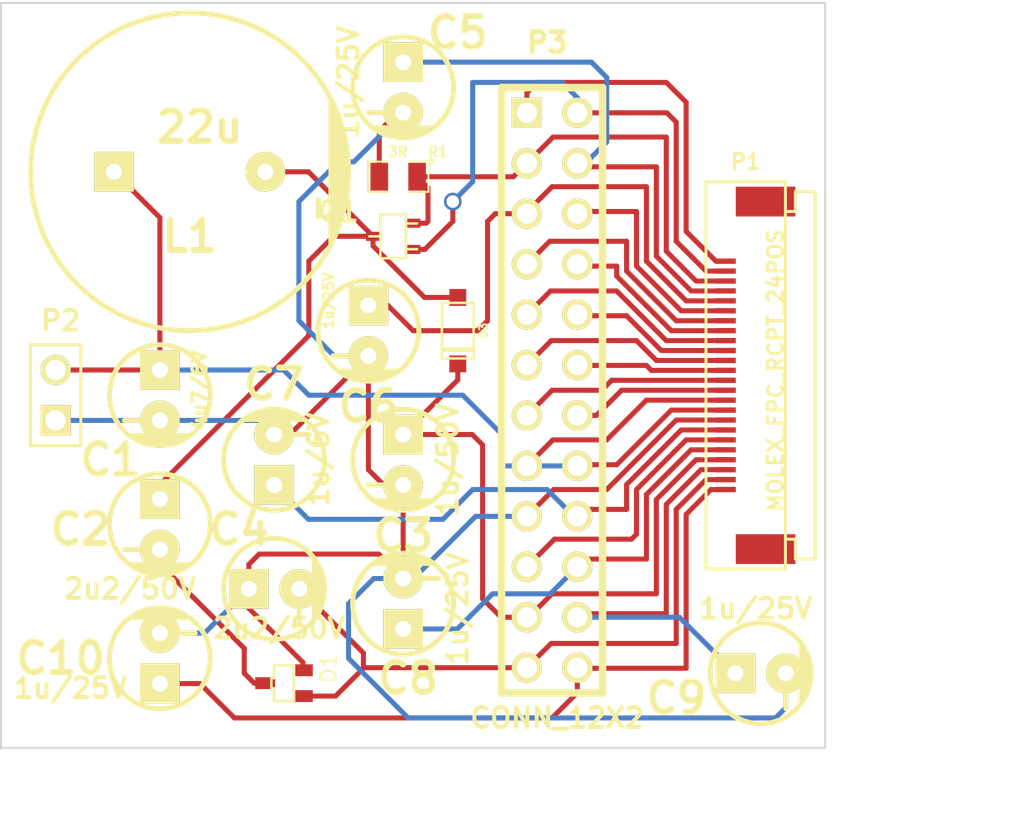
<source format=kicad_pcb>
(kicad_pcb (version 3) (host pcbnew "(2014-jan-25)-product")

  (general
    (links 57)
    (no_connects 0)
    (area 68.938229 38.722 125.999999 82.7)
    (thickness 1.6)
    (drawings 7)
    (tracks 248)
    (zones 0)
    (modules 18)
    (nets 26)
  )

  (page A4)
  (title_block
    (title "EPD Driver")
    (rev 002.002)
  )

  (layers
    (15 F.Cu signal)
    (0 B.Cu signal)
    (16 B.Adhes user)
    (17 F.Adhes user)
    (18 B.Paste user)
    (19 F.Paste user)
    (20 B.SilkS user)
    (21 F.SilkS user)
    (22 B.Mask user)
    (23 F.Mask user)
    (24 Dwgs.User user hide)
    (25 Cmts.User user)
    (26 Eco1.User user)
    (27 Eco2.User user)
    (28 Edge.Cuts user)
  )

  (setup
    (last_trace_width 0.254)
    (trace_clearance 0.254)
    (zone_clearance 0.508)
    (zone_45_only no)
    (trace_min 0.254)
    (segment_width 0.2)
    (edge_width 0.1)
    (via_size 0.889)
    (via_drill 0.635)
    (via_min_size 0.889)
    (via_min_drill 0.508)
    (uvia_size 0.508)
    (uvia_drill 0.127)
    (uvias_allowed no)
    (uvia_min_size 0.508)
    (uvia_min_drill 0.127)
    (pcb_text_width 0.3)
    (pcb_text_size 1.5 1.5)
    (mod_edge_width 0.15)
    (mod_text_size 1 1)
    (mod_text_width 0.15)
    (pad_size 1.5 1.5)
    (pad_drill 0.6)
    (pad_to_mask_clearance 0)
    (aux_axis_origin 70.5 76.5)
    (visible_elements 7FFFFFFF)
    (pcbplotparams
      (layerselection 283148289)
      (usegerberextensions false)
      (excludeedgelayer true)
      (linewidth 0.150000)
      (plotframeref false)
      (viasonmask false)
      (mode 1)
      (useauxorigin false)
      (hpglpennumber 1)
      (hpglpenspeed 20)
      (hpglpendiameter 15)
      (hpglpenoverlay 2)
      (psnegative false)
      (psa4output false)
      (plotreference true)
      (plotvalue true)
      (plotothertext true)
      (plotinvisibletext false)
      (padsonsilk false)
      (subtractmaskfromsilk false)
      (outputformat 4)
      (mirror false)
      (drillshape 0)
      (scaleselection 1)
      (outputdirectory OSHPark_EPD002_002/))
  )

  (net 0 "")
  (net 1 /BS1)
  (net 2 /BUSY)
  (net 3 /GDR)
  (net 4 /NC1)
  (net 5 /PREVGH)
  (net 6 /PREVGL)
  (net 7 /RESE)
  (net 8 /SCLK)
  (net 9 /SDA)
  (net 10 /SW)
  (net 11 /TSCL)
  (net 12 /TSDA)
  (net 13 /VCCEPD)
  (net 14 /VCOM)
  (net 15 /VDD)
  (net 16 /VGH)
  (net 17 /VGL)
  (net 18 /VPP)
  (net 19 /VSH)
  (net 20 /VSL)
  (net 21 /nCS)
  (net 22 /nDC)
  (net 23 /nRES)
  (net 24 GND)
  (net 25 N-0000013)

  (net_class Default "Toto je výchozí třída sítě."
    (clearance 0.254)
    (trace_width 0.254)
    (via_dia 0.889)
    (via_drill 0.635)
    (uvia_dia 0.508)
    (uvia_drill 0.127)
    (add_net /BS1)
    (add_net /BUSY)
    (add_net /GDR)
    (add_net /NC1)
    (add_net /PREVGH)
    (add_net /PREVGL)
    (add_net /RESE)
    (add_net /SCLK)
    (add_net /SDA)
    (add_net /SW)
    (add_net /TSCL)
    (add_net /TSDA)
    (add_net /VCCEPD)
    (add_net /VCOM)
    (add_net /VDD)
    (add_net /VGH)
    (add_net /VGL)
    (add_net /VPP)
    (add_net /VSH)
    (add_net /VSL)
    (add_net /nCS)
    (add_net /nDC)
    (add_net /nRES)
    (add_net GND)
    (add_net N-0000013)
  )

  (module SOT323 (layer F.Cu) (tedit 53760050) (tstamp 537502FE)
    (at 84.75 73.25 270)
    (tags "SMD SOT")
    (path /537503E8)
    (attr smd)
    (fp_text reference D1 (at -0.75 -2.25 270) (layer F.SilkS)
      (effects (font (size 0.762 0.762) (thickness 0.09906)))
    )
    (fp_text value BAT30SWFILM (at 1.75 -0.75 360) (layer F.SilkS) hide
      (effects (font (size 0.70104 0.70104) (thickness 0.09906)))
    )
    (fp_line (start 0.254 0.508) (end 0.889 0.508) (layer F.SilkS) (width 0.127))
    (fp_line (start 0.889 0.508) (end 0.889 -0.508) (layer F.SilkS) (width 0.127))
    (fp_line (start -0.889 -0.508) (end -0.889 0.508) (layer F.SilkS) (width 0.127))
    (fp_line (start -0.889 0.508) (end -0.254 0.508) (layer F.SilkS) (width 0.127))
    (fp_line (start 0.254 0.635) (end 0.254 0.508) (layer F.SilkS) (width 0.127))
    (fp_line (start -0.254 0.508) (end -0.254 0.635) (layer F.SilkS) (width 0.127))
    (fp_line (start 0.889 -0.508) (end -0.889 -0.508) (layer F.SilkS) (width 0.127))
    (fp_line (start -0.254 0.635) (end 0.254 0.635) (layer F.SilkS) (width 0.127))
    (pad 2 smd rect (at -0.65024 -0.94996 270) (size 0.59944 1.00076) (layers F.Cu F.Paste F.Mask)
      (net 24 GND))
    (pad 1 smd rect (at 0.65024 -0.94996 270) (size 0.59944 1.00076) (layers F.Cu F.Paste F.Mask)
      (net 6 /PREVGL))
    (pad 3 smd rect (at 0 0.94996 270) (size 0.59944 1.00076) (layers F.Cu F.Paste F.Mask)
      (net 25 N-0000013))
    (model smd/SOT323.wrl
      (at (xyz 0 0 0.001))
      (scale (xyz 0.3937 0.3937 0.3937))
      (rotate (xyz 0 0 0))
    )
  )

  (module sc70 (layer F.Cu) (tedit 53760119) (tstamp 5375030C)
    (at 90.25 50.75 90)
    (descr SC70)
    (path /53750A17)
    (attr smd)
    (fp_text reference Q1 (at 1.25 -2.75 180) (layer F.SilkS)
      (effects (font (size 1 1) (thickness 0.2)))
    )
    (fp_text value Si1304BDL (at 0 0.3302 90) (layer F.SilkS) hide
      (effects (font (size 0.29972 0.29972) (thickness 0.06096)))
    )
    (fp_line (start 0 -0.6477) (end 0 -1.2065) (layer F.SilkS) (width 0.127))
    (fp_line (start 0.6477 0.6477) (end 0.6477 1.2065) (layer F.SilkS) (width 0.127))
    (fp_line (start -0.6477 0.6477) (end -0.6477 1.2065) (layer F.SilkS) (width 0.127))
    (fp_line (start -1.1049 -0.6477) (end 1.1049 -0.6477) (layer F.SilkS) (width 0.127))
    (fp_line (start 1.1049 -0.6477) (end 1.1049 0.6477) (layer F.SilkS) (width 0.127))
    (fp_line (start 1.1049 0.6477) (end -1.1049 0.6477) (layer F.SilkS) (width 0.127))
    (fp_line (start -1.1049 0.6477) (end -1.1049 -0.6477) (layer F.SilkS) (width 0.127))
    (pad 1 smd rect (at -0.6604 1.016 90) (size 0.4572 0.7112) (layers F.Cu F.Paste F.Mask)
      (net 3 /GDR))
    (pad 3 smd rect (at 0.6604 1.016 90) (size 0.4572 0.7112) (layers F.Cu F.Paste F.Mask)
      (net 7 /RESE))
    (pad 2 smd rect (at 0 -1.016 90) (size 0.4572 0.7112) (layers F.Cu F.Paste F.Mask)
      (net 10 /SW))
    (model smd/smd_transistors/sc70.wrl
      (at (xyz 0 0 0))
      (scale (xyz 1 1 1))
      (rotate (xyz 0 0 0))
    )
  )

  (module PIN_ARRAY_2X1 (layer F.Cu) (tedit 537600FE) (tstamp 53750316)
    (at 73.25 58.75 90)
    (descr "Connecteurs 2 pins")
    (tags "CONN DEV")
    (path /535EA611)
    (fp_text reference P2 (at 3.75 0.25 180) (layer F.SilkS)
      (effects (font (size 1 1) (thickness 0.2)))
    )
    (fp_text value CONN_2 (at -0.25 -1.75 90) (layer F.SilkS) hide
      (effects (font (size 0.762 0.762) (thickness 0.1524)))
    )
    (fp_line (start -2.54 1.27) (end -2.54 -1.27) (layer F.SilkS) (width 0.1524))
    (fp_line (start -2.54 -1.27) (end 2.54 -1.27) (layer F.SilkS) (width 0.1524))
    (fp_line (start 2.54 -1.27) (end 2.54 1.27) (layer F.SilkS) (width 0.1524))
    (fp_line (start 2.54 1.27) (end -2.54 1.27) (layer F.SilkS) (width 0.1524))
    (pad 1 thru_hole rect (at -1.27 0 90) (size 1.524 1.524) (drill 1.016) (layers *.Cu *.Mask F.SilkS)
      (net 24 GND))
    (pad 2 thru_hole circle (at 1.27 0 90) (size 1.524 1.524) (drill 1.016) (layers *.Cu *.Mask F.SilkS)
      (net 13 /VCCEPD))
    (model pin_array/pins_array_2x1.wrl
      (at (xyz 0 0 0))
      (scale (xyz 1 1 1))
      (rotate (xyz 0 0 0))
    )
  )

  (module pin_array_12x2 (layer F.Cu) (tedit 53760081) (tstamp 53750336)
    (at 98.25 58.5 270)
    (descr "Double rangee de contacts 2 x 12 pins")
    (tags CONN)
    (path /53750646)
    (fp_text reference P3 (at -17.5 0.25 360) (layer F.SilkS)
      (effects (font (size 1.016 1.016) (thickness 0.27432)))
    )
    (fp_text value CONN_12X2 (at 16.5 -0.25 360) (layer F.SilkS)
      (effects (font (size 1 1) (thickness 0.2)))
    )
    (fp_line (start -15.24 -2.54) (end -15.24 2.54) (layer F.SilkS) (width 0.381))
    (fp_line (start -15.24 2.54) (end 15.24 2.54) (layer F.SilkS) (width 0.381))
    (fp_line (start 15.24 2.54) (end 15.24 -2.54) (layer F.SilkS) (width 0.381))
    (fp_line (start 15.24 -2.54) (end -15.24 -2.54) (layer F.SilkS) (width 0.381))
    (pad 1 thru_hole rect (at -13.97 1.27 270) (size 1.524 1.524) (drill 1.016) (layers *.Cu *.Mask F.SilkS)
      (net 4 /NC1))
    (pad 2 thru_hole circle (at -13.97 -1.27 270) (size 1.524 1.524) (drill 1.016) (layers *.Cu *.Mask F.SilkS)
      (net 3 /GDR))
    (pad 3 thru_hole circle (at -11.43 1.27 270) (size 1.524 1.524) (drill 1.016) (layers *.Cu *.Mask F.SilkS)
      (net 7 /RESE))
    (pad 4 thru_hole circle (at -11.43 -1.27 270) (size 1.524 1.524) (drill 1.016) (layers *.Cu *.Mask F.SilkS)
      (net 17 /VGL))
    (pad 5 thru_hole circle (at -8.89 1.27 270) (size 1.524 1.524) (drill 1.016) (layers *.Cu *.Mask F.SilkS)
      (net 16 /VGH))
    (pad 6 thru_hole circle (at -8.89 -1.27 270) (size 1.524 1.524) (drill 1.016) (layers *.Cu *.Mask F.SilkS)
      (net 11 /TSCL))
    (pad 7 thru_hole circle (at -6.35 1.27 270) (size 1.524 1.524) (drill 1.016) (layers *.Cu *.Mask F.SilkS)
      (net 12 /TSDA))
    (pad 8 thru_hole circle (at -6.35 -1.27 270) (size 1.524 1.524) (drill 1.016) (layers *.Cu *.Mask F.SilkS)
      (net 1 /BS1))
    (pad 9 thru_hole circle (at -3.81 1.27 270) (size 1.524 1.524) (drill 1.016) (layers *.Cu *.Mask F.SilkS)
      (net 2 /BUSY))
    (pad 10 thru_hole circle (at -3.81 -1.27 270) (size 1.524 1.524) (drill 1.016) (layers *.Cu *.Mask F.SilkS)
      (net 23 /nRES))
    (pad 11 thru_hole circle (at -1.27 1.27 270) (size 1.524 1.524) (drill 1.016) (layers *.Cu *.Mask F.SilkS)
      (net 22 /nDC))
    (pad 12 thru_hole circle (at -1.27 -1.27 270) (size 1.524 1.524) (drill 1.016) (layers *.Cu *.Mask F.SilkS)
      (net 21 /nCS))
    (pad 13 thru_hole circle (at 1.27 1.27 270) (size 1.524 1.524) (drill 1.016) (layers *.Cu *.Mask F.SilkS)
      (net 8 /SCLK))
    (pad 14 thru_hole circle (at 1.27 -1.27 270) (size 1.524 1.524) (drill 1.016) (layers *.Cu *.Mask F.SilkS)
      (net 9 /SDA))
    (pad 15 thru_hole circle (at 3.81 1.27 270) (size 1.524 1.524) (drill 1.016) (layers *.Cu *.Mask F.SilkS)
      (net 13 /VCCEPD))
    (pad 16 thru_hole circle (at 3.81 -1.27 270) (size 1.524 1.524) (drill 1.016) (layers *.Cu *.Mask F.SilkS)
      (net 13 /VCCEPD))
    (pad 17 thru_hole circle (at 6.35 1.27 270) (size 1.524 1.524) (drill 1.016) (layers *.Cu *.Mask F.SilkS)
      (net 24 GND))
    (pad 18 thru_hole circle (at 6.35 -1.27 270) (size 1.524 1.524) (drill 1.016) (layers *.Cu *.Mask F.SilkS)
      (net 15 /VDD))
    (pad 19 thru_hole circle (at 8.89 1.27 270) (size 1.524 1.524) (drill 1.016) (layers *.Cu *.Mask F.SilkS)
      (net 18 /VPP))
    (pad 20 thru_hole circle (at 8.89 -1.27 270) (size 1.524 1.524) (drill 1.016) (layers *.Cu *.Mask F.SilkS)
      (net 19 /VSH))
    (pad 21 thru_hole circle (at 11.43 1.27 270) (size 1.524 1.524) (drill 1.016) (layers *.Cu *.Mask F.SilkS)
      (net 5 /PREVGH))
    (pad 22 thru_hole circle (at 11.43 -1.27 270) (size 1.524 1.524) (drill 1.016) (layers *.Cu *.Mask F.SilkS)
      (net 20 /VSL))
    (pad 23 thru_hole circle (at 13.97 1.27 270) (size 1.524 1.524) (drill 1.016) (layers *.Cu *.Mask F.SilkS)
      (net 6 /PREVGL))
    (pad 24 thru_hole circle (at 13.97 -1.27 270) (size 1.524 1.524) (drill 1.016) (layers *.Cu *.Mask F.SilkS)
      (net 14 /VCOM))
    (model pin_array/pins_array_12x2.wrl
      (at (xyz 0 0 0))
      (scale (xyz 1 1 1))
      (rotate (xyz 0 0 0))
    )
  )

  (module MOLEX_FPC_RCPT_24POS_0_5MM (layer F.Cu) (tedit 53760072) (tstamp 537511C4)
    (at 103 62 90)
    (descr "MSOP10 10pins pitch 0.5mm")
    (path /537517AD)
    (attr smd)
    (fp_text reference P1 (at 15 5 180) (layer F.SilkS)
      (effects (font (size 0.762 0.762) (thickness 0.1524)))
    )
    (fp_text value MOLEX_FPC_RCPT_24POS (at 4.5 6.5 90) (layer F.SilkS)
      (effects (font (size 0.762 0.762) (thickness 0.1524)))
    )
    (fp_line (start -4 7) (end -4 7.5) (layer F.SilkS) (width 0.15))
    (fp_line (start -4 7.5) (end -5 7.5) (layer F.SilkS) (width 0.15))
    (fp_line (start -5 7.5) (end -5 8.5) (layer F.SilkS) (width 0.15))
    (fp_line (start -5 8.5) (end 13.5 8.5) (layer F.SilkS) (width 0.15))
    (fp_line (start 13.5 8.5) (end 13.5 8) (layer F.SilkS) (width 0.15))
    (fp_line (start 13.5 8) (end 13.5 7.5) (layer F.SilkS) (width 0.15))
    (fp_line (start 13.5 7.5) (end 12.5 7.5) (layer F.SilkS) (width 0.15))
    (fp_line (start 12.5 7.5) (end 12.5 7) (layer F.SilkS) (width 0.15))
    (fp_line (start -1.5 3) (end 14 3) (layer F.SilkS) (width 0.15))
    (fp_line (start -1.5 3) (end -5.5 3) (layer F.SilkS) (width 0.15))
    (fp_line (start 14 3) (end 14 7) (layer F.SilkS) (width 0.15))
    (fp_line (start 14 7) (end 10.5 7) (layer F.SilkS) (width 0.15))
    (fp_line (start -5.5 3) (end -5.5 7) (layer F.SilkS) (width 0.15))
    (fp_line (start -5.5 7) (end 10.5 7) (layer F.SilkS) (width 0.15))
    (pad 1 smd rect (at 10 4 270) (size 0.26924 1.00076) (layers F.Cu F.Paste F.Mask)
      (net 4 /NC1))
    (pad 2 smd rect (at 9.5 4 270) (size 0.26924 1.00076) (layers F.Cu F.Paste F.Mask)
      (net 3 /GDR))
    (pad 3 smd rect (at 9 4 270) (size 0.26924 1.00076) (layers F.Cu F.Paste F.Mask)
      (net 7 /RESE))
    (pad 4 smd rect (at 8.5 4 270) (size 0.26924 1.00076) (layers F.Cu F.Paste F.Mask)
      (net 17 /VGL))
    (pad 5 smd rect (at 8 4 270) (size 0.26924 1.00076) (layers F.Cu F.Paste F.Mask)
      (net 16 /VGH))
    (pad 6 smd rect (at 7.5 4 270) (size 0.26924 1.00076) (layers F.Cu F.Paste F.Mask)
      (net 11 /TSCL))
    (pad 7 smd rect (at 7 4 270) (size 0.26924 1.00076) (layers F.Cu F.Paste F.Mask)
      (net 12 /TSDA))
    (pad 8 smd rect (at 6.5 4 270) (size 0.26924 1.00076) (layers F.Cu F.Paste F.Mask)
      (net 1 /BS1))
    (pad 9 smd rect (at 6 4 270) (size 0.26924 1.00076) (layers F.Cu F.Paste F.Mask)
      (net 2 /BUSY))
    (pad 10 smd rect (at 5.5 4 270) (size 0.26924 1.00076) (layers F.Cu F.Paste F.Mask)
      (net 23 /nRES))
    (pad 11 smd rect (at 5 4 270) (size 0.26924 1.00076) (layers F.Cu F.Paste F.Mask)
      (net 22 /nDC))
    (pad 12 smd rect (at 4.5 4 270) (size 0.26924 1.00076) (layers F.Cu F.Paste F.Mask)
      (net 21 /nCS))
    (pad 13 smd rect (at 4 4 270) (size 0.26924 1.00076) (layers F.Cu F.Paste F.Mask)
      (net 8 /SCLK))
    (pad 14 smd rect (at 3.5 4 270) (size 0.26924 1.00076) (layers F.Cu F.Paste F.Mask)
      (net 9 /SDA))
    (pad 15 smd rect (at 3 4 270) (size 0.26924 1.00076) (layers F.Cu F.Paste F.Mask)
      (net 13 /VCCEPD))
    (pad 16 smd rect (at 2.5 4 270) (size 0.26924 1.00076) (layers F.Cu F.Paste F.Mask)
      (net 13 /VCCEPD))
    (pad 17 smd rect (at 2 4 270) (size 0.26924 1.00076) (layers F.Cu F.Paste F.Mask)
      (net 24 GND))
    (pad 18 smd rect (at 1.5 4 270) (size 0.26924 1.00076) (layers F.Cu F.Paste F.Mask)
      (net 15 /VDD))
    (pad 19 smd rect (at 1 4 270) (size 0.26924 1.00076) (layers F.Cu F.Paste F.Mask)
      (net 18 /VPP))
    (pad 20 smd rect (at 0.5 4 270) (size 0.26924 1.00076) (layers F.Cu F.Paste F.Mask)
      (net 19 /VSH))
    (pad 21 smd rect (at 0 4 270) (size 0.26924 1.00076) (layers F.Cu F.Paste F.Mask)
      (net 5 /PREVGH))
    (pad 22 smd rect (at -0.5 4 270) (size 0.26924 1.00076) (layers F.Cu F.Paste F.Mask)
      (net 20 /VSL))
    (pad 23 smd rect (at -1 4 270) (size 0.26924 1.00076) (layers F.Cu F.Paste F.Mask)
      (net 6 /PREVGL))
    (pad 24 smd rect (at -1.5 4 270) (size 0.26924 1.00076) (layers F.Cu F.Paste F.Mask)
      (net 14 /VCOM))
    (pad M1 smd rect (at -4.5 6 90) (size 1.5 3) (layers F.Cu F.Paste F.Mask))
    (pad M2 smd rect (at 13 6 90) (size 1.5 3) (layers F.Cu F.Paste F.Mask))
    (model smd\MSOP_10.wrl
      (at (xyz 0 0 0))
      (scale (xyz 0.3 0.35 0.3))
      (rotate (xyz 0 0 0))
    )
  )

  (module SM0805 (layer F.Cu) (tedit 5376011C) (tstamp 537509E2)
    (at 90.5 47.75 180)
    (path /535E9E82)
    (attr smd)
    (fp_text reference R1 (at -2 1.25 180) (layer F.SilkS)
      (effects (font (size 0.50038 0.50038) (thickness 0.10922)))
    )
    (fp_text value 3R (at 0 1.25 180) (layer F.SilkS)
      (effects (font (size 0.50038 0.50038) (thickness 0.10922)))
    )
    (fp_circle (center -1.651 0.762) (end -1.651 0.635) (layer F.SilkS) (width 0.09906))
    (fp_line (start -0.508 0.762) (end -1.524 0.762) (layer F.SilkS) (width 0.09906))
    (fp_line (start -1.524 0.762) (end -1.524 -0.762) (layer F.SilkS) (width 0.09906))
    (fp_line (start -1.524 -0.762) (end -0.508 -0.762) (layer F.SilkS) (width 0.09906))
    (fp_line (start 0.508 -0.762) (end 1.524 -0.762) (layer F.SilkS) (width 0.09906))
    (fp_line (start 1.524 -0.762) (end 1.524 0.762) (layer F.SilkS) (width 0.09906))
    (fp_line (start 1.524 0.762) (end 0.508 0.762) (layer F.SilkS) (width 0.09906))
    (pad 1 smd rect (at -0.9525 0 180) (size 0.889 1.397) (layers F.Cu F.Paste F.Mask)
      (net 7 /RESE))
    (pad 2 smd rect (at 0.9525 0 180) (size 0.889 1.397) (layers F.Cu F.Paste F.Mask)
      (net 24 GND))
    (model smd/chip_cms.wrl
      (at (xyz 0 0 0))
      (scale (xyz 0.1 0.1 0.1))
      (rotate (xyz 0 0 0))
    )
  )

  (module CP_5x11mm (layer F.Cu) (tedit 5376009A) (tstamp 53750D4A)
    (at 90.75 43.25 180)
    (descr "Capacitor, pol, cyl 5x11mm")
    (path /535E993F)
    (fp_text reference C5 (at -2.75 2.75 180) (layer F.SilkS)
      (effects (font (thickness 0.3048)))
    )
    (fp_text value 1u/25V (at 2.75 0.25 270) (layer F.SilkS)
      (effects (font (size 1 1) (thickness 0.2)))
    )
    (fp_line (start 0.889 -1.27) (end 1.778 -1.27) (layer F.SilkS) (width 0.254))
    (fp_line (start 1.016 -2.286) (end -1.016 -2.286) (layer F.SilkS) (width 0.254))
    (fp_line (start -1.016 -2.286) (end -1.016 -2.159) (layer F.SilkS) (width 0.254))
    (fp_line (start -1.016 -2.159) (end 1.016 -2.159) (layer F.SilkS) (width 0.254))
    (fp_line (start -1.524 -2.032) (end 1.524 -2.032) (layer F.SilkS) (width 0.254))
    (fp_circle (center 0 0) (end -2.54 0) (layer F.SilkS) (width 0.254))
    (pad 1 thru_hole rect (at 0 1.27 180) (size 1.99898 1.99898) (drill 0.8001) (layers *.Cu *.Mask F.SilkS)
      (net 17 /VGL))
    (pad 2 thru_hole circle (at 0 -1.27 180) (size 1.99898 1.99898) (drill 0.8001) (layers *.Cu *.Mask F.SilkS)
      (net 24 GND))
    (model discret/capacitor/cp_5x11mm.wrl
      (at (xyz 0 0 0))
      (scale (xyz 1 1 1))
      (rotate (xyz 0 0 0))
    )
  )

  (module CP_5x11mm (layer F.Cu) (tedit 5375FFEC) (tstamp 53750D56)
    (at 89 55.5 180)
    (descr "Capacitor, pol, cyl 5x11mm")
    (path /535E994E)
    (fp_text reference C6 (at 0 -3.81 180) (layer F.SilkS)
      (effects (font (thickness 0.3048)))
    )
    (fp_text value 1u/25V (at 2 1.5 270) (layer F.SilkS)
      (effects (font (size 0.5 0.5) (thickness 0.125)))
    )
    (fp_line (start 0.889 -1.27) (end 1.778 -1.27) (layer F.SilkS) (width 0.254))
    (fp_line (start 1.016 -2.286) (end -1.016 -2.286) (layer F.SilkS) (width 0.254))
    (fp_line (start -1.016 -2.286) (end -1.016 -2.159) (layer F.SilkS) (width 0.254))
    (fp_line (start -1.016 -2.159) (end 1.016 -2.159) (layer F.SilkS) (width 0.254))
    (fp_line (start -1.524 -2.032) (end 1.524 -2.032) (layer F.SilkS) (width 0.254))
    (fp_circle (center 0 0) (end -2.54 0) (layer F.SilkS) (width 0.254))
    (pad 1 thru_hole rect (at 0 1.27 180) (size 1.99898 1.99898) (drill 0.8001) (layers *.Cu *.Mask F.SilkS)
      (net 16 /VGH))
    (pad 2 thru_hole circle (at 0 -1.27 180) (size 1.99898 1.99898) (drill 0.8001) (layers *.Cu *.Mask F.SilkS)
      (net 24 GND))
    (model discret/capacitor/cp_5x11mm.wrl
      (at (xyz 0 0 0))
      (scale (xyz 1 1 1))
      (rotate (xyz 0 0 0))
    )
  )

  (module CP_5x11mm (layer F.Cu) (tedit 53760043) (tstamp 53750D62)
    (at 84.25 62)
    (descr "Capacitor, pol, cyl 5x11mm")
    (path /535E9B1C)
    (fp_text reference C7 (at 0 -3.81) (layer F.SilkS)
      (effects (font (thickness 0.3048)))
    )
    (fp_text value 1u/6V (at 2.25 0 90) (layer F.SilkS)
      (effects (font (size 1 1) (thickness 0.2)))
    )
    (fp_line (start 0.889 -1.27) (end 1.778 -1.27) (layer F.SilkS) (width 0.254))
    (fp_line (start 1.016 -2.286) (end -1.016 -2.286) (layer F.SilkS) (width 0.254))
    (fp_line (start -1.016 -2.286) (end -1.016 -2.159) (layer F.SilkS) (width 0.254))
    (fp_line (start -1.016 -2.159) (end 1.016 -2.159) (layer F.SilkS) (width 0.254))
    (fp_line (start -1.524 -2.032) (end 1.524 -2.032) (layer F.SilkS) (width 0.254))
    (fp_circle (center 0 0) (end -2.54 0) (layer F.SilkS) (width 0.254))
    (pad 1 thru_hole rect (at 0 1.27) (size 1.99898 1.99898) (drill 0.8001) (layers *.Cu *.Mask F.SilkS)
      (net 15 /VDD))
    (pad 2 thru_hole circle (at 0 -1.27) (size 1.99898 1.99898) (drill 0.8001) (layers *.Cu *.Mask F.SilkS)
      (net 24 GND))
    (model discret/capacitor/cp_5x11mm.wrl
      (at (xyz 0 0 0))
      (scale (xyz 1 1 1))
      (rotate (xyz 0 0 0))
    )
  )

  (module CP_5x11mm (layer F.Cu) (tedit 5376005D) (tstamp 53750D6E)
    (at 90.75 69.25)
    (descr "Capacitor, pol, cyl 5x11mm")
    (path /535E9C10)
    (fp_text reference C8 (at 0.25 3.75) (layer F.SilkS)
      (effects (font (thickness 0.3048)))
    )
    (fp_text value 1u/25V (at 2.75 0.25 90) (layer F.SilkS)
      (effects (font (size 1 1) (thickness 0.2)))
    )
    (fp_line (start 0.889 -1.27) (end 1.778 -1.27) (layer F.SilkS) (width 0.254))
    (fp_line (start 1.016 -2.286) (end -1.016 -2.286) (layer F.SilkS) (width 0.254))
    (fp_line (start -1.016 -2.286) (end -1.016 -2.159) (layer F.SilkS) (width 0.254))
    (fp_line (start -1.016 -2.159) (end 1.016 -2.159) (layer F.SilkS) (width 0.254))
    (fp_line (start -1.524 -2.032) (end 1.524 -2.032) (layer F.SilkS) (width 0.254))
    (fp_circle (center 0 0) (end -2.54 0) (layer F.SilkS) (width 0.254))
    (pad 1 thru_hole rect (at 0 1.27) (size 1.99898 1.99898) (drill 0.8001) (layers *.Cu *.Mask F.SilkS)
      (net 19 /VSH))
    (pad 2 thru_hole circle (at 0 -1.27) (size 1.99898 1.99898) (drill 0.8001) (layers *.Cu *.Mask F.SilkS)
      (net 24 GND))
    (model discret/capacitor/cp_5x11mm.wrl
      (at (xyz 0 0 0))
      (scale (xyz 1 1 1))
      (rotate (xyz 0 0 0))
    )
  )

  (module CP_5x11mm (layer F.Cu) (tedit 5376008E) (tstamp 53750D7A)
    (at 108.75 72.75 270)
    (descr "Capacitor, pol, cyl 5x11mm")
    (path /535E9C29)
    (fp_text reference C9 (at 1.25 4.25 360) (layer F.SilkS)
      (effects (font (thickness 0.3048)))
    )
    (fp_text value 1u/25V (at -3.25 0.25 360) (layer F.SilkS)
      (effects (font (size 1 1) (thickness 0.2)))
    )
    (fp_line (start 0.889 -1.27) (end 1.778 -1.27) (layer F.SilkS) (width 0.254))
    (fp_line (start 1.016 -2.286) (end -1.016 -2.286) (layer F.SilkS) (width 0.254))
    (fp_line (start -1.016 -2.286) (end -1.016 -2.159) (layer F.SilkS) (width 0.254))
    (fp_line (start -1.016 -2.159) (end 1.016 -2.159) (layer F.SilkS) (width 0.254))
    (fp_line (start -1.524 -2.032) (end 1.524 -2.032) (layer F.SilkS) (width 0.254))
    (fp_circle (center 0 0) (end -2.54 0) (layer F.SilkS) (width 0.254))
    (pad 1 thru_hole rect (at 0 1.27 270) (size 1.99898 1.99898) (drill 0.8001) (layers *.Cu *.Mask F.SilkS)
      (net 20 /VSL))
    (pad 2 thru_hole circle (at 0 -1.27 270) (size 1.99898 1.99898) (drill 0.8001) (layers *.Cu *.Mask F.SilkS)
      (net 24 GND))
    (model discret/capacitor/cp_5x11mm.wrl
      (at (xyz 0 0 0))
      (scale (xyz 1 1 1))
      (rotate (xyz 0 0 0))
    )
  )

  (module CP_5x11mm (layer F.Cu) (tedit 53760035) (tstamp 53750D86)
    (at 78.5 72)
    (descr "Capacitor, pol, cyl 5x11mm")
    (path /535E9C38)
    (fp_text reference C10 (at -5 0) (layer F.SilkS)
      (effects (font (thickness 0.3048)))
    )
    (fp_text value 1u/25V (at -4.5 1.5) (layer F.SilkS)
      (effects (font (size 1 1) (thickness 0.2)))
    )
    (fp_line (start 0.889 -1.27) (end 1.778 -1.27) (layer F.SilkS) (width 0.254))
    (fp_line (start 1.016 -2.286) (end -1.016 -2.286) (layer F.SilkS) (width 0.254))
    (fp_line (start -1.016 -2.286) (end -1.016 -2.159) (layer F.SilkS) (width 0.254))
    (fp_line (start -1.016 -2.159) (end 1.016 -2.159) (layer F.SilkS) (width 0.254))
    (fp_line (start -1.524 -2.032) (end 1.524 -2.032) (layer F.SilkS) (width 0.254))
    (fp_circle (center 0 0) (end -2.54 0) (layer F.SilkS) (width 0.254))
    (pad 1 thru_hole rect (at 0 1.27) (size 1.99898 1.99898) (drill 0.8001) (layers *.Cu *.Mask F.SilkS)
      (net 14 /VCOM))
    (pad 2 thru_hole circle (at 0 -1.27) (size 1.99898 1.99898) (drill 0.8001) (layers *.Cu *.Mask F.SilkS)
      (net 24 GND))
    (model discret/capacitor/cp_5x11mm.wrl
      (at (xyz 0 0 0))
      (scale (xyz 1 1 1))
      (rotate (xyz 0 0 0))
    )
  )

  (module CP_5x11mm (layer F.Cu) (tedit 53760003) (tstamp 53750D92)
    (at 78.5 58.75 180)
    (descr "Capacitor, pol, cyl 5x11mm")
    (path /53750BBA)
    (fp_text reference C1 (at 2.5 -3.25 180) (layer F.SilkS)
      (effects (font (thickness 0.3048)))
    )
    (fp_text value 4u7/6V (at -2 0.25 270) (layer F.SilkS)
      (effects (font (size 0.7 0.7) (thickness 0.175)))
    )
    (fp_line (start 0.889 -1.27) (end 1.778 -1.27) (layer F.SilkS) (width 0.254))
    (fp_line (start 1.016 -2.286) (end -1.016 -2.286) (layer F.SilkS) (width 0.254))
    (fp_line (start -1.016 -2.286) (end -1.016 -2.159) (layer F.SilkS) (width 0.254))
    (fp_line (start -1.016 -2.159) (end 1.016 -2.159) (layer F.SilkS) (width 0.254))
    (fp_line (start -1.524 -2.032) (end 1.524 -2.032) (layer F.SilkS) (width 0.254))
    (fp_circle (center 0 0) (end -2.54 0) (layer F.SilkS) (width 0.254))
    (pad 1 thru_hole rect (at 0 1.27 180) (size 1.99898 1.99898) (drill 0.8001) (layers *.Cu *.Mask F.SilkS)
      (net 13 /VCCEPD))
    (pad 2 thru_hole circle (at 0 -1.27 180) (size 1.99898 1.99898) (drill 0.8001) (layers *.Cu *.Mask F.SilkS)
      (net 24 GND))
    (model discret/capacitor/cp_5x11mm.wrl
      (at (xyz 0 0 0))
      (scale (xyz 1 1 1))
      (rotate (xyz 0 0 0))
    )
  )

  (module CP_5x11mm (layer F.Cu) (tedit 5376002B) (tstamp 53750D9E)
    (at 78.5 65.25 180)
    (descr "Capacitor, pol, cyl 5x11mm")
    (path /53750BEB)
    (fp_text reference C2 (at 4 -0.25 180) (layer F.SilkS)
      (effects (font (thickness 0.3048)))
    )
    (fp_text value 2u2/50V (at 1.5 -3.25 180) (layer F.SilkS)
      (effects (font (size 1 1) (thickness 0.2)))
    )
    (fp_line (start 0.889 -1.27) (end 1.778 -1.27) (layer F.SilkS) (width 0.254))
    (fp_line (start 1.016 -2.286) (end -1.016 -2.286) (layer F.SilkS) (width 0.254))
    (fp_line (start -1.016 -2.286) (end -1.016 -2.159) (layer F.SilkS) (width 0.254))
    (fp_line (start -1.016 -2.159) (end 1.016 -2.159) (layer F.SilkS) (width 0.254))
    (fp_line (start -1.524 -2.032) (end 1.524 -2.032) (layer F.SilkS) (width 0.254))
    (fp_circle (center 0 0) (end -2.54 0) (layer F.SilkS) (width 0.254))
    (pad 1 thru_hole rect (at 0 1.27 180) (size 1.99898 1.99898) (drill 0.8001) (layers *.Cu *.Mask F.SilkS)
      (net 10 /SW))
    (pad 2 thru_hole circle (at 0 -1.27 180) (size 1.99898 1.99898) (drill 0.8001) (layers *.Cu *.Mask F.SilkS)
      (net 25 N-0000013))
    (model discret/capacitor/cp_5x11mm.wrl
      (at (xyz 0 0 0))
      (scale (xyz 1 1 1))
      (rotate (xyz 0 0 0))
    )
  )

  (module CP_5x11mm (layer F.Cu) (tedit 5376001D) (tstamp 53750DAA)
    (at 84.25 68.5 270)
    (descr "Capacitor, pol, cyl 5x11mm")
    (path /53750C1C)
    (fp_text reference C4 (at -3 1.75 360) (layer F.SilkS)
      (effects (font (thickness 0.3048)))
    )
    (fp_text value 2u2/50V (at 2 -0.25 360) (layer F.SilkS)
      (effects (font (size 1 1) (thickness 0.2)))
    )
    (fp_line (start 0.889 -1.27) (end 1.778 -1.27) (layer F.SilkS) (width 0.254))
    (fp_line (start 1.016 -2.286) (end -1.016 -2.286) (layer F.SilkS) (width 0.254))
    (fp_line (start -1.016 -2.286) (end -1.016 -2.159) (layer F.SilkS) (width 0.254))
    (fp_line (start -1.016 -2.159) (end 1.016 -2.159) (layer F.SilkS) (width 0.254))
    (fp_line (start -1.524 -2.032) (end 1.524 -2.032) (layer F.SilkS) (width 0.254))
    (fp_circle (center 0 0) (end -2.54 0) (layer F.SilkS) (width 0.254))
    (pad 1 thru_hole rect (at 0 1.27 270) (size 1.99898 1.99898) (drill 0.8001) (layers *.Cu *.Mask F.SilkS)
      (net 24 GND))
    (pad 2 thru_hole circle (at 0 -1.27 270) (size 1.99898 1.99898) (drill 0.8001) (layers *.Cu *.Mask F.SilkS)
      (net 6 /PREVGL))
    (model discret/capacitor/cp_5x11mm.wrl
      (at (xyz 0 0 0))
      (scale (xyz 1 1 1))
      (rotate (xyz 0 0 0))
    )
  )

  (module CP_5x11mm (layer F.Cu) (tedit 5376006B) (tstamp 53750DB6)
    (at 90.75 62 180)
    (descr "Capacitor, pol, cyl 5x11mm")
    (path /53750C57)
    (fp_text reference C3 (at 0 -3.81 180) (layer F.SilkS)
      (effects (font (thickness 0.3048)))
    )
    (fp_text value 1u/50V (at -2.25 0 270) (layer F.SilkS)
      (effects (font (size 1 1) (thickness 0.2)))
    )
    (fp_line (start 0.889 -1.27) (end 1.778 -1.27) (layer F.SilkS) (width 0.254))
    (fp_line (start 1.016 -2.286) (end -1.016 -2.286) (layer F.SilkS) (width 0.254))
    (fp_line (start -1.016 -2.286) (end -1.016 -2.159) (layer F.SilkS) (width 0.254))
    (fp_line (start -1.016 -2.159) (end 1.016 -2.159) (layer F.SilkS) (width 0.254))
    (fp_line (start -1.524 -2.032) (end 1.524 -2.032) (layer F.SilkS) (width 0.254))
    (fp_circle (center 0 0) (end -2.54 0) (layer F.SilkS) (width 0.254))
    (pad 1 thru_hole rect (at 0 1.27 180) (size 1.99898 1.99898) (drill 0.8001) (layers *.Cu *.Mask F.SilkS)
      (net 5 /PREVGH))
    (pad 2 thru_hole circle (at 0 -1.27 180) (size 1.99898 1.99898) (drill 0.8001) (layers *.Cu *.Mask F.SilkS)
      (net 24 GND))
    (model discret/capacitor/cp_5x11mm.wrl
      (at (xyz 0 0 0))
      (scale (xyz 1 1 1))
      (rotate (xyz 0 0 0))
    )
  )

  (module CP_16x25mm (layer F.Cu) (tedit 5375EA57) (tstamp 53750DC8)
    (at 80 47.5 270)
    (descr "Capacitor, pol, cyl 16x25mm")
    (path /535E9F40)
    (fp_text reference L1 (at 3.25 0 360) (layer F.SilkS)
      (effects (font (thickness 0.3048)))
    )
    (fp_text value 22u (at -2.25 -0.5 360) (layer F.SilkS)
      (effects (font (thickness 0.3048)))
    )
    (fp_line (start -3.429 -7.112) (end -1.27 -7.747) (layer F.SilkS) (width 0.254))
    (fp_line (start 3.302 -7.112) (end 2.159 -7.493) (layer F.SilkS) (width 0.254))
    (fp_circle (center 0 0) (end 8.001 0) (layer F.SilkS) (width 0.254))
    (fp_line (start -2.032 -7.493) (end 2.032 -7.493) (layer F.SilkS) (width 0.254))
    (fp_line (start 2.921 -7.239) (end -2.794 -7.239) (layer F.SilkS) (width 0.254))
    (fp_line (start -2.794 -7.239) (end -1.905 -7.239) (layer F.SilkS) (width 0.254))
    (fp_line (start 1.397 -7.874) (end -1.27 -7.874) (layer F.SilkS) (width 0.254))
    (fp_line (start -2.159 -7.62) (end 2.159 -7.62) (layer F.SilkS) (width 0.254))
    (fp_line (start 2.794 -7.366) (end -2.794 -7.366) (layer F.SilkS) (width 0.254))
    (fp_line (start -2.794 -7.366) (end -2.667 -7.366) (layer F.SilkS) (width 0.254))
    (fp_line (start 3.556 -7.112) (end -3.556 -7.112) (layer F.SilkS) (width 0.254))
    (fp_line (start 1.397 -6.477) (end 2.286 -6.477) (layer F.SilkS) (width 0.254))
    (pad 1 thru_hole rect (at 0 3.81 270) (size 1.99898 1.99898) (drill 0.8001) (layers *.Cu *.Mask F.SilkS)
      (net 13 /VCCEPD))
    (pad 2 thru_hole circle (at 0 -3.81 270) (size 1.99898 1.99898) (drill 0.8001) (layers *.Cu *.Mask F.SilkS)
      (net 10 /SW))
    (model discret/capacitor/cp_16x25mm.wrl
      (at (xyz 0 0 0))
      (scale (xyz 1 1 1))
      (rotate (xyz 0 0 0))
    )
  )

  (module sod123 (layer F.Cu) (tedit 515DD379) (tstamp 53750A05)
    (at 93.5 55.5 270)
    (descr SOD123)
    (path /535EA060)
    (fp_text reference D3 (at 0 -1.30048 270) (layer F.SilkS)
      (effects (font (size 0.4 0.4) (thickness 0.1)))
    )
    (fp_text value MBR0530 (at 0 1.19888 270) (layer F.SilkS) hide
      (effects (font (size 0.4 0.4) (thickness 0.1)))
    )
    (fp_line (start 0.89916 0.8001) (end 0.89916 -0.8001) (layer F.SilkS) (width 0.127))
    (fp_line (start 1.00076 -0.8001) (end 1.00076 0.8001) (layer F.SilkS) (width 0.127))
    (fp_line (start -1.39954 -0.8001) (end 1.39954 -0.8001) (layer F.SilkS) (width 0.127))
    (fp_line (start 1.39954 -0.8001) (end 1.39954 0.8001) (layer F.SilkS) (width 0.127))
    (fp_line (start 1.39954 0.8001) (end -1.39954 0.8001) (layer F.SilkS) (width 0.127))
    (fp_line (start -1.39954 0.8001) (end -1.39954 -0.8001) (layer F.SilkS) (width 0.127))
    (pad 2 smd rect (at 1.67386 0 270) (size 0.8509 0.8509) (layers F.Cu F.Paste F.Mask)
      (net 5 /PREVGH))
    (pad 1 smd rect (at -1.67386 0 270) (size 0.8509 0.8509) (layers F.Cu F.Paste F.Mask)
      (net 10 /SW))
    (model walter/smd_diode/sod123.wrl
      (at (xyz 0 0 0))
      (scale (xyz 1 1 1))
      (rotate (xyz 0 0 0))
    )
  )

  (gr_line (start 70.5 39) (end 70.5 76.5) (angle 90) (layer Edge.Cuts) (width 0.1))
  (gr_line (start 70.5 39) (end 112 39) (angle 90) (layer Edge.Cuts) (width 0.1))
  (gr_line (start 112 39) (end 112 76.5) (angle 90) (layer Edge.Cuts) (width 0.1))
  (gr_line (start 70.5 76.5) (end 112 76.5) (angle 90) (layer Edge.Cuts) (width 0.1))
  (target plus (at 70.5 76.5) (size 0.005) (width 0.1) (layer Edge.Cuts))
  (dimension 37.5 (width 0.3) (layer Cmts.User)
    (gr_text "37,500 mm" (at 119.349999 57.75 270) (layer Cmts.User)
      (effects (font (size 1.5 1.5) (thickness 0.3)))
    )
    (feature1 (pts (xy 112 76.5) (xy 120.699999 76.5)))
    (feature2 (pts (xy 112 39) (xy 120.699999 39)))
    (crossbar (pts (xy 117.999999 39) (xy 117.999999 76.5)))
    (arrow1a (pts (xy 117.999999 76.5) (xy 117.413579 75.373497)))
    (arrow1b (pts (xy 117.999999 76.5) (xy 118.586419 75.373497)))
    (arrow2a (pts (xy 117.999999 39) (xy 117.413579 40.126503)))
    (arrow2b (pts (xy 117.999999 39) (xy 118.586419 40.126503)))
  )
  (dimension 41.25 (width 0.3) (layer Cmts.User)
    (gr_text "41,250 mm" (at 91.375 81.349999) (layer Cmts.User)
      (effects (font (size 1.5 1.5) (thickness 0.3)))
    )
    (feature1 (pts (xy 112 76.5) (xy 112 82.699999)))
    (feature2 (pts (xy 70.75 76.5) (xy 70.75 82.699999)))
    (crossbar (pts (xy 70.75 79.999999) (xy 112 79.999999)))
    (arrow1a (pts (xy 112 79.999999) (xy 110.873497 80.586419)))
    (arrow1b (pts (xy 112 79.999999) (xy 110.873497 79.413579)))
    (arrow2a (pts (xy 70.75 79.999999) (xy 71.876503 80.586419)))
    (arrow2b (pts (xy 70.75 79.999999) (xy 71.876503 79.413579)))
  )

  (segment (start 99.62 52.25) (end 99.52 52.15) (width 0.254) (layer F.Cu) (net 1) (tstamp 53751112))
  (segment (start 107 55.5) (end 104.25 55.5) (width 0.254) (layer F.Cu) (net 1))
  (segment (start 101.5 52.75) (end 101.5 52.25) (width 0.254) (layer F.Cu) (net 1) (tstamp 53751097))
  (segment (start 104.25 55.5) (end 101.5 52.75) (width 0.254) (layer F.Cu) (net 1) (tstamp 53751096))
  (segment (start 101.5 52.25) (end 99.62 52.25) (width 0.254) (layer F.Cu) (net 1))
  (segment (start 98.17 53.5) (end 96.98 54.69) (width 0.254) (layer F.Cu) (net 2) (tstamp 53751115))
  (segment (start 107 56) (end 104 56) (width 0.254) (layer F.Cu) (net 2))
  (segment (start 101.5 53.5) (end 101.25 53.5) (width 0.254) (layer F.Cu) (net 2) (tstamp 5375109B))
  (segment (start 104 56) (end 101.5 53.5) (width 0.254) (layer F.Cu) (net 2) (tstamp 5375109A))
  (segment (start 101.25 53.5) (end 98.17 53.5) (width 0.254) (layer F.Cu) (net 2))
  (segment (start 106 52.5) (end 104.5 51) (width 0.254) (layer F.Cu) (net 3) (tstamp 53751008))
  (segment (start 104.5 51) (end 104.5 45) (width 0.254) (layer F.Cu) (net 3) (tstamp 53751009))
  (segment (start 104.5 45) (end 104.03 44.53) (width 0.254) (layer F.Cu) (net 3) (tstamp 5375100B))
  (segment (start 101.75 44.53) (end 101.77 44.53) (width 0.254) (layer F.Cu) (net 3) (tstamp 537510F3))
  (segment (start 104.03 44.53) (end 101.75 44.53) (width 0.254) (layer F.Cu) (net 3) (tstamp 5375100C))
  (segment (start 107 52.5) (end 106 52.5) (width 0.254) (layer F.Cu) (net 3))
  (segment (start 101.75 44.53) (end 99.52 44.53) (width 0.254) (layer F.Cu) (net 3))
  (segment (start 91.8396 51.4104) (end 93.25 50) (width 0.254) (layer F.Cu) (net 3) (tstamp 53751578))
  (segment (start 93.25 50) (end 93.25 49) (width 0.254) (layer F.Cu) (net 3) (tstamp 53751579))
  (via (at 93.25 49) (size 0.889) (layers F.Cu B.Cu) (net 3))
  (segment (start 93.25 49) (end 94.25 48) (width 0.254) (layer B.Cu) (net 3) (tstamp 5375157C))
  (segment (start 94.25 48) (end 94.25 43) (width 0.254) (layer B.Cu) (net 3) (tstamp 5375157D))
  (segment (start 94.25 43) (end 98.75 43) (width 0.254) (layer B.Cu) (net 3) (tstamp 5375157E))
  (segment (start 98.75 43) (end 99.52 43.77) (width 0.254) (layer B.Cu) (net 3) (tstamp 5375157F))
  (segment (start 99.52 43.77) (end 99.52 44.53) (width 0.254) (layer B.Cu) (net 3) (tstamp 53751580))
  (segment (start 91.266 51.4104) (end 91.8396 51.4104) (width 0.254) (layer F.Cu) (net 3))
  (segment (start 97.5 43) (end 96.98 43.52) (width 0.254) (layer F.Cu) (net 4) (tstamp 537510EF))
  (segment (start 96.98 43.52) (end 96.98 44.53) (width 0.254) (layer F.Cu) (net 4) (tstamp 537510F0))
  (segment (start 107 52) (end 106.5 52) (width 0.254) (layer F.Cu) (net 4))
  (segment (start 104 43) (end 100 43) (width 0.254) (layer F.Cu) (net 4) (tstamp 53751014))
  (segment (start 105 44) (end 104 43) (width 0.254) (layer F.Cu) (net 4) (tstamp 53751013))
  (segment (start 105 50.5) (end 105 44) (width 0.254) (layer F.Cu) (net 4) (tstamp 53751012))
  (segment (start 106.5 52) (end 105 50.5) (width 0.254) (layer F.Cu) (net 4) (tstamp 53751011))
  (segment (start 100 43) (end 97.5 43) (width 0.254) (layer F.Cu) (net 4))
  (segment (start 103.5 68.75) (end 98.25 68.75) (width 0.254) (layer F.Cu) (net 5) (tstamp 53751147))
  (segment (start 98.25 68.75) (end 97.07 69.93) (width 0.254) (layer F.Cu) (net 5) (tstamp 53751148))
  (segment (start 97.07 69.93) (end 96.98 69.93) (width 0.254) (layer F.Cu) (net 5) (tstamp 53751149))
  (segment (start 107 62) (end 105.5 62) (width 0.254) (layer F.Cu) (net 5))
  (segment (start 103.5 64) (end 103.5 68.5) (width 0.254) (layer F.Cu) (net 5) (tstamp 537510CE))
  (segment (start 105.5 62) (end 103.5 64) (width 0.254) (layer F.Cu) (net 5) (tstamp 537510CC))
  (segment (start 103.5 68.5) (end 103.5 68.75) (width 0.254) (layer F.Cu) (net 5))
  (segment (start 93.5 57.98) (end 90.75 60.73) (width 0.254) (layer F.Cu) (net 5) (tstamp 537516BC))
  (segment (start 93.5 57.17386) (end 93.5 57.98) (width 0.254) (layer F.Cu) (net 5))
  (segment (start 95.68 69.93) (end 94.75 69) (width 0.254) (layer F.Cu) (net 5) (tstamp 537516C2))
  (segment (start 94.75 69) (end 94.75 61.25) (width 0.254) (layer F.Cu) (net 5) (tstamp 537516C3))
  (segment (start 94.75 61.25) (end 94.23 60.73) (width 0.254) (layer F.Cu) (net 5) (tstamp 537516C4))
  (segment (start 94.23 60.73) (end 90.75 60.73) (width 0.254) (layer F.Cu) (net 5) (tstamp 537516C5))
  (segment (start 96.98 69.93) (end 95.68 69.93) (width 0.254) (layer F.Cu) (net 5))
  (segment (start 98.2 71.25) (end 96.98 72.47) (width 0.254) (layer F.Cu) (net 6) (tstamp 5375114F))
  (segment (start 107 63) (end 106 63) (width 0.254) (layer F.Cu) (net 6))
  (segment (start 104.5 64.5) (end 104.5 71.25) (width 0.254) (layer F.Cu) (net 6) (tstamp 537510C2))
  (segment (start 106 63) (end 104.5 64.5) (width 0.254) (layer F.Cu) (net 6) (tstamp 537510C1))
  (segment (start 104.5 71.25) (end 98.2 71.25) (width 0.254) (layer F.Cu) (net 6))
  (segment (start 88.78 72.47) (end 87.34976 73.90024) (width 0.254) (layer F.Cu) (net 6) (tstamp 53751355))
  (segment (start 87.34976 73.90024) (end 85.69996 73.90024) (width 0.254) (layer F.Cu) (net 6) (tstamp 53751357))
  (segment (start 88.75 72.47) (end 88.78 72.47) (width 0.254) (layer F.Cu) (net 6) (tstamp 5375137B))
  (segment (start 96.98 72.47) (end 88.75 72.47) (width 0.254) (layer F.Cu) (net 6))
  (segment (start 88.75 71.73) (end 85.52 68.5) (width 0.254) (layer F.Cu) (net 6) (tstamp 5375137D))
  (segment (start 88.75 72.47) (end 88.75 71.73) (width 0.254) (layer F.Cu) (net 6))
  (segment (start 98.3 45.75) (end 96.98 47.07) (width 0.254) (layer F.Cu) (net 7) (tstamp 537510F7))
  (segment (start 104 46) (end 104 45.75) (width 0.254) (layer F.Cu) (net 7))
  (segment (start 104 51.5) (end 104 46) (width 0.254) (layer F.Cu) (net 7) (tstamp 5375101B))
  (segment (start 105.5 53) (end 104 51.5) (width 0.254) (layer F.Cu) (net 7) (tstamp 53751019))
  (segment (start 107 53) (end 105.5 53) (width 0.254) (layer F.Cu) (net 7))
  (segment (start 104 45.75) (end 100.25 45.75) (width 0.254) (layer F.Cu) (net 7) (tstamp 53751028))
  (segment (start 100.25 45.75) (end 98.3 45.75) (width 0.254) (layer F.Cu) (net 7))
  (segment (start 96.3 47.75) (end 96.98 47.07) (width 0.254) (layer F.Cu) (net 7) (tstamp 53751570))
  (segment (start 91.4525 47.75) (end 96.3 47.75) (width 0.254) (layer F.Cu) (net 7))
  (segment (start 91.9104 50.0896) (end 92 50) (width 0.254) (layer F.Cu) (net 7) (tstamp 53751573))
  (segment (start 92 50) (end 92 48.2975) (width 0.254) (layer F.Cu) (net 7) (tstamp 53751574))
  (segment (start 92 48.2975) (end 91.4525 47.75) (width 0.254) (layer F.Cu) (net 7) (tstamp 53751575))
  (segment (start 91.266 50.0896) (end 91.9104 50.0896) (width 0.254) (layer F.Cu) (net 7))
  (segment (start 98.25 58.5) (end 96.98 59.77) (width 0.254) (layer F.Cu) (net 8) (tstamp 53751124))
  (segment (start 107 58) (end 101.25 58) (width 0.254) (layer F.Cu) (net 8))
  (segment (start 101.25 58) (end 100.75 58.5) (width 0.254) (layer F.Cu) (net 8) (tstamp 537510AC))
  (segment (start 100.75 58.5) (end 98.25 58.5) (width 0.254) (layer F.Cu) (net 8))
  (segment (start 101.75 58.5) (end 100.48 59.77) (width 0.254) (layer F.Cu) (net 9) (tstamp 53751128))
  (segment (start 100.48 59.77) (end 99.52 59.77) (width 0.254) (layer F.Cu) (net 9) (tstamp 5375112A))
  (segment (start 107 58.5) (end 101.75 58.5) (width 0.254) (layer F.Cu) (net 9))
  (segment (start 89.234 51.234) (end 91.82614 53.82614) (width 0.254) (layer F.Cu) (net 10) (tstamp 53751688))
  (segment (start 91.82614 53.82614) (end 93.5 53.82614) (width 0.254) (layer F.Cu) (net 10) (tstamp 53751689))
  (segment (start 89.234 50.75) (end 89.234 51.234) (width 0.254) (layer F.Cu) (net 10))
  (segment (start 78.5 63.25) (end 86 55.75) (width 0.254) (layer F.Cu) (net 10) (tstamp 537517C5))
  (segment (start 86 55.75) (end 86 52) (width 0.254) (layer F.Cu) (net 10) (tstamp 537517C7))
  (segment (start 86 52) (end 87.25 50.75) (width 0.254) (layer F.Cu) (net 10) (tstamp 537517CD))
  (segment (start 87.25 50.75) (end 89.234 50.75) (width 0.254) (layer F.Cu) (net 10) (tstamp 537517CE))
  (segment (start 78.5 63.98) (end 78.5 63.25) (width 0.254) (layer F.Cu) (net 10))
  (segment (start 85.984 47.5) (end 89.234 50.75) (width 0.254) (layer F.Cu) (net 10) (tstamp 537601A3))
  (segment (start 83.81 47.5) (end 85.984 47.5) (width 0.254) (layer F.Cu) (net 10))
  (segment (start 99.63 49.5) (end 99.52 49.61) (width 0.254) (layer F.Cu) (net 11) (tstamp 53751108))
  (segment (start 107 54.5) (end 104.75 54.5) (width 0.254) (layer F.Cu) (net 11))
  (segment (start 102.5 52.25) (end 102.5 49.5) (width 0.254) (layer F.Cu) (net 11) (tstamp 5375108D))
  (segment (start 104.75 54.5) (end 102.5 52.25) (width 0.254) (layer F.Cu) (net 11) (tstamp 5375108C))
  (segment (start 102.5 49.5) (end 99.63 49.5) (width 0.254) (layer F.Cu) (net 11))
  (segment (start 98.13 51) (end 96.98 52.15) (width 0.254) (layer F.Cu) (net 12) (tstamp 5375110E))
  (segment (start 107 55) (end 104.5 55) (width 0.254) (layer F.Cu) (net 12))
  (segment (start 102 52.5) (end 102 51) (width 0.254) (layer F.Cu) (net 12) (tstamp 53751092))
  (segment (start 104.5 55) (end 102 52.5) (width 0.254) (layer F.Cu) (net 12) (tstamp 53751091))
  (segment (start 102 51) (end 98.13 51) (width 0.254) (layer F.Cu) (net 12))
  (segment (start 103 59) (end 101 61) (width 0.254) (layer F.Cu) (net 13) (tstamp 5375112D))
  (segment (start 101 61) (end 98.29 61) (width 0.254) (layer F.Cu) (net 13) (tstamp 5375112F))
  (segment (start 98.29 61) (end 96.98 62.31) (width 0.254) (layer F.Cu) (net 13) (tstamp 53751131))
  (segment (start 107 59) (end 103 59) (width 0.254) (layer F.Cu) (net 13))
  (segment (start 99.58 62.25) (end 99.52 62.31) (width 0.254) (layer F.Cu) (net 13) (tstamp 53751135))
  (segment (start 107 59.5) (end 104.25 59.5) (width 0.254) (layer F.Cu) (net 13))
  (segment (start 104.25 59.5) (end 101.5 62.25) (width 0.254) (layer F.Cu) (net 13) (tstamp 537510E8))
  (segment (start 101.5 62.25) (end 99.58 62.25) (width 0.254) (layer F.Cu) (net 13))
  (segment (start 99.52 62.31) (end 96.98 62.31) (width 0.254) (layer B.Cu) (net 13))
  (segment (start 84.73 57.48) (end 86 58.75) (width 0.254) (layer B.Cu) (net 13) (tstamp 537517E5))
  (segment (start 86 58.75) (end 93.75 58.75) (width 0.254) (layer B.Cu) (net 13) (tstamp 537517E7))
  (segment (start 93.75 58.75) (end 95.75 60.75) (width 0.254) (layer B.Cu) (net 13) (tstamp 537517EA))
  (segment (start 95.75 60.75) (end 95.75 62.25) (width 0.254) (layer B.Cu) (net 13) (tstamp 537517ED))
  (segment (start 95.75 62.25) (end 95.81 62.31) (width 0.254) (layer B.Cu) (net 13) (tstamp 537517F1))
  (segment (start 95.81 62.31) (end 96.98 62.31) (width 0.254) (layer B.Cu) (net 13) (tstamp 537517F3))
  (segment (start 78.5 57.48) (end 84.73 57.48) (width 0.254) (layer B.Cu) (net 13))
  (segment (start 73.25 57.48) (end 78.5 57.48) (width 0.254) (layer F.Cu) (net 13))
  (segment (start 78.5 49.81) (end 76.19 47.5) (width 0.254) (layer F.Cu) (net 13) (tstamp 5376019F))
  (segment (start 78.5 57.48) (end 78.5 49.81) (width 0.254) (layer F.Cu) (net 13))
  (segment (start 99.55 72.5) (end 99.52 72.47) (width 0.254) (layer F.Cu) (net 14) (tstamp 53751153))
  (segment (start 107 63.5) (end 106.25 63.5) (width 0.254) (layer F.Cu) (net 14))
  (segment (start 105 64.75) (end 105 72.5) (width 0.254) (layer F.Cu) (net 14) (tstamp 537510BD))
  (segment (start 106.25 63.5) (end 105 64.75) (width 0.254) (layer F.Cu) (net 14) (tstamp 537510BC))
  (segment (start 105 72.5) (end 99.55 72.5) (width 0.254) (layer F.Cu) (net 14))
  (segment (start 80.52 73.27) (end 82.25 75) (width 0.254) (layer F.Cu) (net 14) (tstamp 53751948))
  (segment (start 82.25 75) (end 98.25 75) (width 0.254) (layer F.Cu) (net 14) (tstamp 5375194C))
  (segment (start 98.25 75) (end 99.52 73.73) (width 0.254) (layer F.Cu) (net 14) (tstamp 53751954))
  (segment (start 99.52 73.73) (end 99.52 72.47) (width 0.254) (layer F.Cu) (net 14) (tstamp 53751956))
  (segment (start 78.5 73.27) (end 80.52 73.27) (width 0.254) (layer F.Cu) (net 14))
  (segment (start 99.87 64.5) (end 99.52 64.85) (width 0.254) (layer F.Cu) (net 15) (tstamp 5375113C))
  (segment (start 107 60.5) (end 104.75 60.5) (width 0.254) (layer F.Cu) (net 15))
  (segment (start 102 63.25) (end 102 64.5) (width 0.254) (layer F.Cu) (net 15) (tstamp 537510E0))
  (segment (start 104.75 60.5) (end 102 63.25) (width 0.254) (layer F.Cu) (net 15) (tstamp 537510DE))
  (segment (start 102 64.5) (end 99.87 64.5) (width 0.254) (layer F.Cu) (net 15))
  (segment (start 99.35 64.85) (end 98 63.5) (width 0.254) (layer B.Cu) (net 15) (tstamp 53751753))
  (segment (start 98 63.5) (end 94.25 63.5) (width 0.254) (layer B.Cu) (net 15) (tstamp 5375175A))
  (segment (start 94.25 63.5) (end 92.75 65) (width 0.254) (layer B.Cu) (net 15) (tstamp 53751764))
  (segment (start 92.75 65) (end 85.98 65) (width 0.254) (layer B.Cu) (net 15) (tstamp 53751766))
  (segment (start 85.98 65) (end 84.25 63.27) (width 0.254) (layer B.Cu) (net 15) (tstamp 53751769))
  (segment (start 99.52 64.85) (end 99.35 64.85) (width 0.254) (layer B.Cu) (net 15))
  (segment (start 103 48.25) (end 98.25 48.25) (width 0.254) (layer F.Cu) (net 16) (tstamp 53751102))
  (segment (start 98.25 48.25) (end 96.98 49.52) (width 0.254) (layer F.Cu) (net 16) (tstamp 53751103))
  (segment (start 96.98 49.52) (end 96.98 49.61) (width 0.254) (layer F.Cu) (net 16) (tstamp 53751104))
  (segment (start 107 54) (end 105.25 54) (width 0.254) (layer F.Cu) (net 16))
  (segment (start 103 52) (end 103 48.5) (width 0.254) (layer F.Cu) (net 16) (tstamp 53751088))
  (segment (start 105 54) (end 103 52) (width 0.254) (layer F.Cu) (net 16) (tstamp 53751087))
  (segment (start 105.25 54) (end 105 54) (width 0.254) (layer F.Cu) (net 16) (tstamp 53751086))
  (segment (start 103 48.5) (end 103 48.25) (width 0.254) (layer F.Cu) (net 16))
  (segment (start 89.98 54.23) (end 91.25 55.5) (width 0.254) (layer F.Cu) (net 16) (tstamp 537516E3))
  (segment (start 91.25 55.5) (end 94.5 55.5) (width 0.254) (layer F.Cu) (net 16) (tstamp 537516E7))
  (segment (start 94.5 55.5) (end 95 55) (width 0.254) (layer F.Cu) (net 16) (tstamp 537516EA))
  (segment (start 95 55) (end 95 50) (width 0.254) (layer F.Cu) (net 16) (tstamp 537516EB))
  (segment (start 95 50) (end 95.39 49.61) (width 0.254) (layer F.Cu) (net 16) (tstamp 537516EE))
  (segment (start 95.39 49.61) (end 96.98 49.61) (width 0.254) (layer F.Cu) (net 16) (tstamp 537516F0))
  (segment (start 89 54.23) (end 89.98 54.23) (width 0.254) (layer F.Cu) (net 16))
  (segment (start 99.7 47.25) (end 99.52 47.07) (width 0.254) (layer F.Cu) (net 17) (tstamp 537510FF))
  (segment (start 105.5 53.5) (end 105.25 53.5) (width 0.254) (layer F.Cu) (net 17) (tstamp 53751080))
  (segment (start 105.25 53.5) (end 103.5 51.75) (width 0.254) (layer F.Cu) (net 17) (tstamp 53751081))
  (segment (start 103.5 51.75) (end 103.5 47.25) (width 0.254) (layer F.Cu) (net 17) (tstamp 53751082))
  (segment (start 107 53.5) (end 105.5 53.5) (width 0.254) (layer F.Cu) (net 17))
  (segment (start 103.5 47.25) (end 99.7 47.25) (width 0.254) (layer F.Cu) (net 17))
  (segment (start 99.93 47.07) (end 101 46) (width 0.254) (layer B.Cu) (net 17) (tstamp 53751583))
  (segment (start 101 46) (end 101 42.75) (width 0.254) (layer B.Cu) (net 17) (tstamp 53751584))
  (segment (start 101 42.75) (end 100.23 41.98) (width 0.254) (layer B.Cu) (net 17) (tstamp 53751586))
  (segment (start 100.23 41.98) (end 90.75 41.98) (width 0.254) (layer B.Cu) (net 17) (tstamp 53751587))
  (segment (start 99.52 47.07) (end 99.93 47.07) (width 0.254) (layer B.Cu) (net 17))
  (segment (start 102.25 66) (end 98.37 66) (width 0.254) (layer F.Cu) (net 18) (tstamp 5375113F))
  (segment (start 98.37 66) (end 96.98 67.39) (width 0.254) (layer F.Cu) (net 18) (tstamp 53751140))
  (segment (start 107 61) (end 105 61) (width 0.254) (layer F.Cu) (net 18))
  (segment (start 102.5 63.5) (end 102.5 65.75) (width 0.254) (layer F.Cu) (net 18) (tstamp 537510DA))
  (segment (start 105 61) (end 102.5 63.5) (width 0.254) (layer F.Cu) (net 18) (tstamp 537510D8))
  (segment (start 102.5 65.75) (end 102.25 66) (width 0.254) (layer F.Cu) (net 18))
  (segment (start 99.91 67) (end 99.52 67.39) (width 0.254) (layer F.Cu) (net 19) (tstamp 53751144))
  (segment (start 107 61.5) (end 105.25 61.5) (width 0.254) (layer F.Cu) (net 19))
  (segment (start 103 63.75) (end 103 67) (width 0.254) (layer F.Cu) (net 19) (tstamp 537510D4))
  (segment (start 105.25 61.5) (end 103 63.75) (width 0.254) (layer F.Cu) (net 19) (tstamp 537510D2))
  (segment (start 103 67) (end 99.91 67) (width 0.254) (layer F.Cu) (net 19))
  (segment (start 93.48 70.52) (end 95.25 68.75) (width 0.254) (layer B.Cu) (net 19) (tstamp 537511BD))
  (segment (start 95.25 68.75) (end 98.16 68.75) (width 0.254) (layer B.Cu) (net 19) (tstamp 537511C1))
  (segment (start 98.16 68.75) (end 99.52 67.39) (width 0.254) (layer B.Cu) (net 19) (tstamp 537511C3))
  (segment (start 90.75 70.52) (end 93.48 70.52) (width 0.254) (layer B.Cu) (net 19))
  (segment (start 99.7 69.75) (end 99.52 69.93) (width 0.254) (layer F.Cu) (net 20) (tstamp 5375114C))
  (segment (start 107 62.5) (end 105.75 62.5) (width 0.254) (layer F.Cu) (net 20))
  (segment (start 104 64.25) (end 104 69.75) (width 0.254) (layer F.Cu) (net 20) (tstamp 537510C8))
  (segment (start 105.75 62.5) (end 104 64.25) (width 0.254) (layer F.Cu) (net 20) (tstamp 537510C6))
  (segment (start 104 69.75) (end 99.7 69.75) (width 0.254) (layer F.Cu) (net 20))
  (segment (start 104.66 69.93) (end 107.48 72.75) (width 0.254) (layer B.Cu) (net 20) (tstamp 53751986))
  (segment (start 99.52 69.93) (end 104.66 69.93) (width 0.254) (layer B.Cu) (net 20))
  (segment (start 99.54 57.25) (end 99.52 57.23) (width 0.254) (layer F.Cu) (net 21) (tstamp 53751121))
  (segment (start 107 57.5) (end 103.25 57.5) (width 0.254) (layer F.Cu) (net 21))
  (segment (start 103 57.25) (end 101.75 57.25) (width 0.254) (layer F.Cu) (net 21) (tstamp 537510A9))
  (segment (start 103.25 57.5) (end 103 57.25) (width 0.254) (layer F.Cu) (net 21) (tstamp 537510A8))
  (segment (start 101.75 57.25) (end 99.54 57.25) (width 0.254) (layer F.Cu) (net 21))
  (segment (start 98.21 56) (end 96.98 57.23) (width 0.254) (layer F.Cu) (net 22) (tstamp 5375111D))
  (segment (start 107 57) (end 103.5 57) (width 0.254) (layer F.Cu) (net 22))
  (segment (start 102.5 56) (end 101.5 56) (width 0.254) (layer F.Cu) (net 22) (tstamp 537510A3))
  (segment (start 103.5 57) (end 102.5 56) (width 0.254) (layer F.Cu) (net 22) (tstamp 537510A2))
  (segment (start 101.5 56) (end 98.21 56) (width 0.254) (layer F.Cu) (net 22))
  (segment (start 99.58 54.75) (end 99.52 54.69) (width 0.254) (layer F.Cu) (net 23) (tstamp 5375111A))
  (segment (start 107 56.5) (end 103.75 56.5) (width 0.254) (layer F.Cu) (net 23))
  (segment (start 103.75 56.5) (end 102 54.75) (width 0.254) (layer F.Cu) (net 23) (tstamp 5375109E))
  (segment (start 102 54.75) (end 99.58 54.75) (width 0.254) (layer F.Cu) (net 23))
  (segment (start 104.5 60) (end 101 63.5) (width 0.254) (layer F.Cu) (net 24) (tstamp 537510E4))
  (segment (start 107 60) (end 104.5 60) (width 0.254) (layer F.Cu) (net 24))
  (segment (start 98.33 63.5) (end 96.98 64.85) (width 0.254) (layer F.Cu) (net 24) (tstamp 53751138))
  (segment (start 101 63.5) (end 98.33 63.5) (width 0.254) (layer F.Cu) (net 24))
  (segment (start 82.98 69.48) (end 85.69996 72.19996) (width 0.254) (layer F.Cu) (net 24) (tstamp 53751380))
  (segment (start 85.69996 72.19996) (end 85.69996 72.59976) (width 0.254) (layer F.Cu) (net 24) (tstamp 53751381))
  (segment (start 82.98 68.5) (end 82.98 69.48) (width 0.254) (layer F.Cu) (net 24))
  (segment (start 89.52 66.75) (end 90.75 67.98) (width 0.254) (layer F.Cu) (net 24) (tstamp 53751386))
  (segment (start 83.5 66.75) (end 89.52 66.75) (width 0.254) (layer F.Cu) (net 24) (tstamp 53751385))
  (segment (start 82.98 67.27) (end 83.5 66.75) (width 0.254) (layer F.Cu) (net 24) (tstamp 53751384))
  (segment (start 82.98 68.5) (end 82.98 67.27) (width 0.254) (layer F.Cu) (net 24))
  (segment (start 90.48 44.52) (end 89.5475 45.4525) (width 0.254) (layer F.Cu) (net 24) (tstamp 5375158B))
  (segment (start 89.5475 45.4525) (end 89.5475 47.75) (width 0.254) (layer F.Cu) (net 24) (tstamp 5375158C))
  (segment (start 90.75 44.52) (end 90.48 44.52) (width 0.254) (layer F.Cu) (net 24))
  (segment (start 90.75 63.27) (end 90.75 67.98) (width 0.254) (layer F.Cu) (net 24))
  (segment (start 85.04 60.73) (end 89 56.77) (width 0.254) (layer F.Cu) (net 24) (tstamp 537516CF))
  (segment (start 84.25 60.73) (end 85.04 60.73) (width 0.254) (layer F.Cu) (net 24))
  (segment (start 89.77 63.27) (end 89 62.5) (width 0.254) (layer F.Cu) (net 24) (tstamp 537516D5))
  (segment (start 89 62.5) (end 89 56.77) (width 0.254) (layer F.Cu) (net 24) (tstamp 537516D6))
  (segment (start 90.75 63.27) (end 89.77 63.27) (width 0.254) (layer F.Cu) (net 24))
  (segment (start 94.4 64.85) (end 91.27 67.98) (width 0.254) (layer B.Cu) (net 24) (tstamp 5375176D))
  (segment (start 91.27 67.98) (end 90.75 67.98) (width 0.254) (layer B.Cu) (net 24) (tstamp 53751771))
  (segment (start 96.98 64.85) (end 94.4 64.85) (width 0.254) (layer B.Cu) (net 24))
  (segment (start 73.25 60.02) (end 78.5 60.02) (width 0.254) (layer B.Cu) (net 24))
  (segment (start 83.54 60.02) (end 84.25 60.73) (width 0.254) (layer B.Cu) (net 24) (tstamp 537517E0))
  (segment (start 78.5 60.02) (end 83.54 60.02) (width 0.254) (layer B.Cu) (net 24))
  (segment (start 110.02 73.5) (end 110.02 72.52) (width 0.254) (layer B.Cu) (net 24))
  (segment (start 80.75 70.73) (end 82.98 68.5) (width 0.254) (layer B.Cu) (net 24) (tstamp 53751960))
  (segment (start 78.5 70.73) (end 80.75 70.73) (width 0.254) (layer B.Cu) (net 24))
  (segment (start 110.02 74.48) (end 109.5 75) (width 0.254) (layer B.Cu) (net 24) (tstamp 53751C82))
  (segment (start 109.5 75) (end 91 75) (width 0.254) (layer B.Cu) (net 24) (tstamp 53751C84))
  (segment (start 91 75) (end 88 72) (width 0.254) (layer B.Cu) (net 24) (tstamp 53751C89))
  (segment (start 88 72) (end 88 69.25) (width 0.254) (layer B.Cu) (net 24) (tstamp 53751C90))
  (segment (start 88 69.25) (end 89.27 67.98) (width 0.254) (layer B.Cu) (net 24) (tstamp 53751C92))
  (segment (start 89.27 67.98) (end 90.75 67.98) (width 0.254) (layer B.Cu) (net 24) (tstamp 53751C93))
  (segment (start 110.02 72.75) (end 110.02 74.48) (width 0.254) (layer B.Cu) (net 24))
  (segment (start 87.27 56.77) (end 85.5 55) (width 0.254) (layer B.Cu) (net 24) (tstamp 5375F52F))
  (segment (start 85.5 55) (end 85.5 49) (width 0.254) (layer B.Cu) (net 24) (tstamp 5375F538))
  (segment (start 85.5 49) (end 87.5 47) (width 0.254) (layer B.Cu) (net 24) (tstamp 5375F53A))
  (segment (start 87.5 47) (end 88.27 47) (width 0.254) (layer B.Cu) (net 24) (tstamp 5375F543))
  (segment (start 88.27 47) (end 90.75 44.52) (width 0.254) (layer B.Cu) (net 24) (tstamp 5375F545))
  (segment (start 89 56.77) (end 87.27 56.77) (width 0.254) (layer B.Cu) (net 24))
  (segment (start 83.25 73.25) (end 82.75 72.75) (width 0.254) (layer F.Cu) (net 25) (tstamp 5375193B))
  (segment (start 82.75 72.75) (end 82.75 71.5) (width 0.254) (layer F.Cu) (net 25) (tstamp 5375193C))
  (segment (start 82.75 71.5) (end 78.5 67.25) (width 0.254) (layer F.Cu) (net 25) (tstamp 53751940))
  (segment (start 78.5 67.25) (end 78.5 66.52) (width 0.254) (layer F.Cu) (net 25) (tstamp 53751944))
  (segment (start 83.80004 73.25) (end 83.25 73.25) (width 0.254) (layer F.Cu) (net 25))

  (zone (net 24) (net_name GND) (layer B.Cu) (tstamp 53751A83) (hatch edge 0.508)
    (connect_pads (clearance 0.508))
    (min_thickness 0.254)
    (fill (arc_segments 16) (thermal_gap 0.508) (thermal_bridge_width 0.508))
    (polygon
      (pts
        (xy 94 75) (xy 71.5 75) (xy 71.5 40) (xy 94 40)
      )
    )
  )
)

</source>
